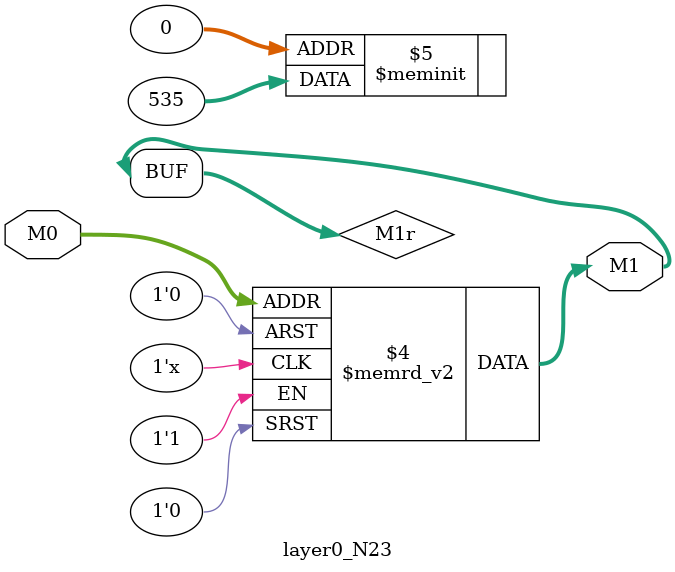
<source format=v>
module layer0_N23 ( input [3:0] M0, output [1:0] M1 );

	(*rom_style = "distributed" *) reg [1:0] M1r;
	assign M1 = M1r;
	always @ (M0) begin
		case (M0)
			4'b0000: M1r = 2'b11;
			4'b1000: M1r = 2'b00;
			4'b0100: M1r = 2'b10;
			4'b1100: M1r = 2'b00;
			4'b0010: M1r = 2'b01;
			4'b1010: M1r = 2'b00;
			4'b0110: M1r = 2'b00;
			4'b1110: M1r = 2'b00;
			4'b0001: M1r = 2'b01;
			4'b1001: M1r = 2'b00;
			4'b0101: M1r = 2'b00;
			4'b1101: M1r = 2'b00;
			4'b0011: M1r = 2'b00;
			4'b1011: M1r = 2'b00;
			4'b0111: M1r = 2'b00;
			4'b1111: M1r = 2'b00;

		endcase
	end
endmodule

</source>
